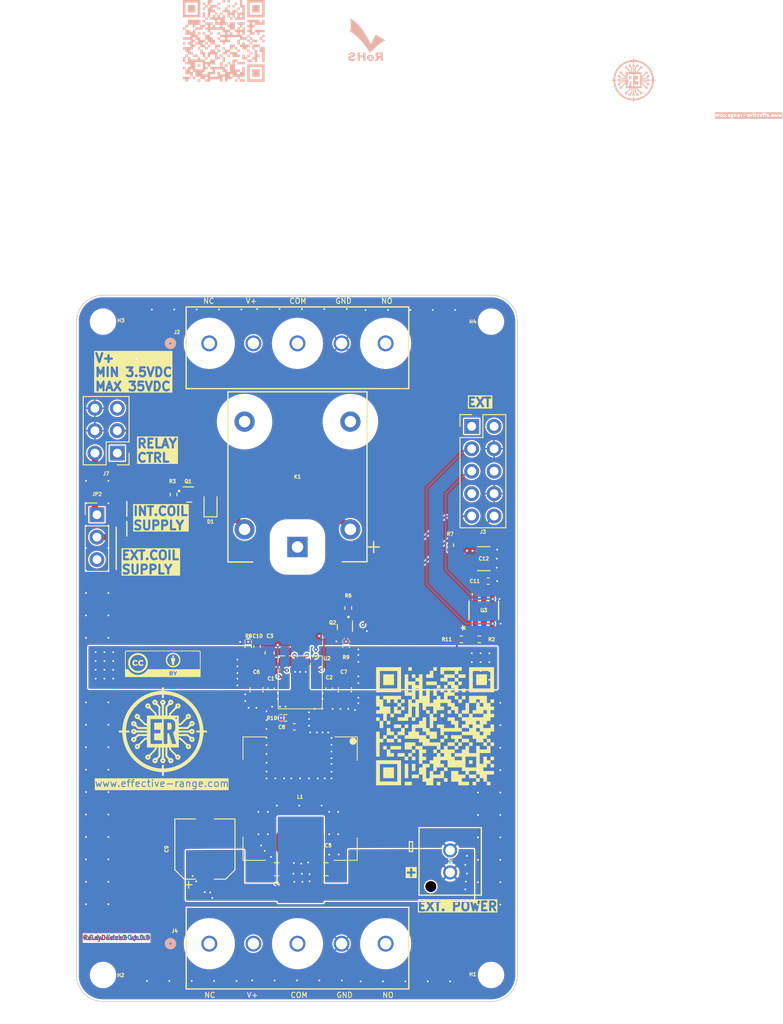
<source format=kicad_pcb>
(kicad_pcb (version 20240108) (generator "pcbnew") (generator_version "8.0")
  (title_block (title "Effective Range RelayDevice") (date "2024-07-24") (rev "v2.1.0") (company "Effective Range Kft.") (comment 1 "visit https://creativecommons.org/licenses/by/4.0/") (comment 2 "is licensed under CC BY 4.0. To view a copy of this license,") (comment 3 "License: MrHAT © 2024 by Ferenc Nandor Janky & Attila Gombos") (comment 4 "Design Engineer: Ferenc Janky"))
  (layers (0 "F.Cu" mixed) (1 "In1.Cu" power) (2 "In2.Cu" power) (3 "In3.Cu" signal) (4 "In4.Cu" signal) (5 "In5.Cu" signal) (6 "In6.Cu" signal) (31 "B.Cu" mixed) (34 "B.Paste" user) (35 "F.Paste" user) (36 "B.SilkS" user "B.Silkscreen") (37 "F.SilkS" user "F.Silkscreen") (38 "B.Mask" user) (39 "F.Mask" user) (44 "Edge.Cuts" user))
  (net 0 "")
  (net 1 "+5V")
  (net 2 "/NC")
  (net 3 "/COM")
  (net 4 "/NO")
  (net 5 "/Q_COLL")
  (net 6 "GND2")
  (net 7 "+12V")
  (net 8 "+5VP")
  (net 9 "+3.3V")
  (net 10 "/SDA_EXT")
  (net 11 "/SCL_EXT")
  (net 12 "/~{EXT_IRQ}")
  (net 13 "/GP5")
  (net 14 "/GP4")
  (net 15 "/~{MCLR_PI}")
  (net 16 "/Q_BASE")
  (net 17 "/power/EN")
  (net 19 "/PWM1")
  (net 20 "GNDA")
  (net 21 "/power/SW")
  (net 22 "/power/CBOOT")
  (net 23 "/power/VCC")
  (net 24 "/power/CBOOT_LIM")
  (net 25 "/power/BIAS")
  (net 26 "Net-(U3-VIN+)")
  (net 29 "/COIL_SUPPLY")
  (footprint "relay:RELAY5_J107F-1C_CRS" (layer "F.Cu") (at 126.341999 112.5646 180)
    (property "Reference" "K1")
    (property "Value" "J107F1CS125VDC.36")
  )
  (footprint "Connector_PinHeader_2.54mm:PinHeader_2x05_P2.54mm_Vertical" (layer "F.Cu") (at 146.101 98.901)
    (property "Reference" "J3")
    (property "Value" "EXT_BUS")
  )
  (footprint "relay:CONN02_533750210_MOL" (layer "F.Cu") (at 143.664599 149.426 -90)
    (property "Reference" "J6")
    (property "Value" "VBUS_EXT")
  )
  (footprint "Connector_PinHeader_2.54mm:PinHeader_2x03_P2.54mm_Vertical" (layer "F.Cu") (at 105.911 101.931 180)
    (property "Reference" "J7")
    (property "Value" "MRHAT_CTRL")
  )
  (footprint "Resistor_SMD:R_0402_1005Metric" (layer "F.Cu") (at 124.992 131.92)
    (property "Reference" "R10")
    (property "Value" "2")
  )
  (footprint "relay:CONN_1935190_PXC" (layer "F.Cu") (at 116.345799 157.4978)
    (property "Reference" "J4")
    (property "Value" "OUT")
  )
  (footprint "relay:ccby" (layer "F.Cu") (at 111.061 125.791)
    (property "Reference" "G***" (hide yes))
    (property "Value" "LOGO" (hide yes))
  )
  (footprint "Capacitor_SMD:C_0402_1005Metric" (layer "F.Cu") (at 123.341 128.618 -90)
    (property "Reference" "C1")
    (property "Value" "100nF")
  )
  (footprint "Capacitor_SMD:C_0402_1005Metric" (layer "F.Cu") (at 125.9826 132.936)
    (property "Reference" "C8")
    (property "Value" "470nF")
  )
  (footprint "Capacitor_SMD:C_0402_1005Metric" (layer "F.Cu") (at 121.7662 123.8174 90)
    (property "Reference" "C10")
    (property "Value" "100nF")
  )
  (footprint "relay:WE_7447709100" (layer "F.Cu") (at 126.643 141.064)
    (property "Reference" "L1")
    (property "Value" "10uH")
  )
  (footprint "Connector_PinHeader_2.54mm:PinHeader_1x03_P2.54mm_Vertical" (layer "F.Cu") (at 103.601 108.911)
    (property "Reference" "JP2")
    (property "Value" "Jumper_3_Open")
  )
  (footprint "Resistor_SMD:R_0402_1005Metric" (layer "F.Cu") (at 112.292 106.6215 -90)
    (property "Reference" "R3")
    (property "Value" "1M")
  )
  (footprint "NetTie:NetTie-2_SMD_Pad0.5mm" (layer "F.Cu") (at 121.7662 121.7266 -90)
    (property "Reference" "NT2" (hide yes))
    (property "Value" "NetTie_2" (hide yes))
  )
  (footprint "Capacitor_SMD:C_0805_2012Metric" (layer "F.Cu") (at 131.723 128.745 -90)
    (property "Reference" "C7")
    (property "Value" "22uF")
  )
  (footprint "Resistor_SMD:R_0402_1005Metric" (layer "F.Cu") (at 146.963 123.03)
    (property "Reference" "R2")
    (property "Value" "100k")
  )
  (footprint "Capacitor_SMD:C_0603_1608Metric" (layer "F.Cu") (at 123.1886 124.554 90)
    (property "Reference" "C3")
    (property "Value" "4.7uF")
  )
  (footprint "relay:SOT-23-6_MC_MCH-M" (layer "F.Cu") (at 147.471 119.728 90)
    (property "Reference" "U3")
    (property "Value" "MCP3425A0T-E/CH")
  )
  (footprint "MountingHole:MountingHole_2.7mm_M2.5_DIN965" (layer "F.Cu") (at 148.291 87.041)
    (property "Reference" "H4")
    (property "Value" "MountingHole")
  )
  (footprint "Capacitor_SMD:C_0402_1005Metric" (layer "F.Cu") (at 129.945 128.618 -90)
    (property "Reference" "C2")
    (property "Value" "100nF")
  )
  (footprint "Capacitor_SMD:C_1210_3225Metric" (layer "F.Cu") (at 147.471 113.886)
    (property "Reference" "C12")
    (property "Value" "10uF")
  )
  (footprint "Capacitor_SMD:C_0805_2012Metric" (layer "F.Cu") (at 123.976 149.065 180)
    (property "Reference" "C4")
    (property "Value" "22uF")
  )
  (footprint "Resistor_SMD:R_0402_1005Metric" (layer "F.Cu") (at 131.85 123.792 90)
    (property "Reference" "R9")
    (property "Value" "100k")
  )
  (footprint "Capacitor_SMD:CP_Elec_6.3x5.9" (layer "F.Cu") (at 115.848 146.779 90)
    (property "Reference" "C9")
    (property "Value" "120uF")
  )
  (footprint "Capacitor_SMD:C_0402_1005Metric" (layer "F.Cu") (at 147.979 116.426)
    (property "Reference" "C11")
    (property "Value" "100nF")
  )
  (footprint "Package_TO_SOT_SMD:SOT-723" (layer "F.Cu") (at 131.723 121.633 -90)
    (property "Reference" "Q2")
    (property "Value" "GSFF3134")
  )
  (footprint "relay:erlogo_big" (layer "F.Cu") (at 111.080287 133.464307)
    (property "Reference" "G***" (hide yes))
    (property "Value" "LOGO" (hide yes))
  )
  (footprint "Diode_SMD:D_0603_1608Metric" (layer "F.Cu") (at 116.483 107.663 90)
    (property "Reference" "D1")
    (property "Value" "TS4148 RCG")
  )
  (footprint "MountingHole:MountingHole_2.7mm_M2.5_DIN965" (layer "F.Cu") (at 104.291 87.041)
    (property "Reference" "H3")
    (property "Value" "MountingHole")
  )
  (footprint "relay:qrcode" (layer "F.Cu") (at 141.941 132.861)
    (property "Reference" "G***" (hide yes))
    (property "Value" "LOGO" (hide yes))
  )
  (footprint "relay:CONN_1935190_PXC" (layer "F.Cu") (at 116.341999 89.502)
    (property "Reference" "J2")
    (property "Value" "OUT")
  )
  (footprint "Resistor_SMD:R_0402_1005Metric" (layer "F.Cu") (at 132.104 119.474 90)
    (property "Reference" "R6")
    (property "Value" "1M")
  )
  (footprint "NetTie:NetTie-2_SMD_Pad0.5mm" (layer "F.Cu") (at 120.9534 121.7346 -90)
    (property "Reference" "NT1" (hide yes))
    (property "Value" "NetTie_2" (hide yes))
  )
  (footprint "Capacitor_SMD:C_0805_2012Metric" (layer "F.Cu") (at 129.564 149.065)
    (property "Reference" "C5")
    (property "Value" "22uF")
  )
  (footprint "Resistor_SMD:R_0402_1005Metric" (layer "F.Cu") (at 143.661 112.362 90)
    (property "Reference" "R7")
    (property "Value" "100k")
  )
  (footprint "MountingHole:MountingHole_2.7mm_M2.5_DIN965" (layer "F.Cu") (at 148.291 161.041)
    (property "Reference" "H1")
    (property "Value" "MountingHole")
  )
  (footprint "Resistor_SMD:R_0402_1005Metric" (layer "F.Cu") (at 144.931 123.03)
    (property "Reference" "R11")
    (property "Value" "1M")
  )
  (footprint "Package_TO_SOT_SMD:SOT-723" (layer "F.Cu") (at 114.07 106.6215)
    (property "Reference" "Q1")
    (property "Value" "GSFF3134")
  )
  (footprint "Capacitor_SMD:C_0805_2012Metric" (layer "F.Cu") (at 121.69 128.745 -90)
    (property "Reference" "C6")
    (property "Value" "22uF")
  )
  (footprint "Resistor_SMD:R_0402_1005Metric" (layer "F.Cu") (at 120.7502 123.8174 90)
    (property "Reference" "R8")
    (property "Value" "2")
  )
  (footprint "relay:RNL0022A_NV" (layer "F.Cu") (at 126.651001 127.894999)
    (property "Reference" "U2")
    (property "Value" "LMS3635LQURNLRQ1")
  )
  (footprint "MountingHole:MountingHole_2.7mm_M2.5_DIN965" (layer "F.Cu") (at 104.291 161.041)
    (property "Reference" "H2")
    (property "Value" "MountingHole")
  )
  (footprint "relay:qr-url" (layer "B.Cu") (at 117.983 55.245 180)
    (property "Reference" "G***" (hide yes))
    (property "Value" "LOGO" (hide yes))
  )
  (footprint "relay:erlogo" (layer "B.Cu") (at 164.465 59.69 180)
    (property "Reference" "G***" (hide yes))
    (property "Value" "LOGO" (hide yes))
  )
  (footprint "relay:rohs" (layer "B.Cu") (at 134.112 55.245 180)
    (property "Reference" "G***" (hide yes))
    (property "Value" "LOGO" (hide yes))
  )
  (gr_line (start 106.991 107.421) (end 106.991 111.881) (stroke (width 0.15) (type dash)) (layer "F.SilkS"))
  (gr_line (start 105.781 110.311) (end 105.781 115.101) (stroke (width 0.15)) (layer "F.SilkS"))
  (gr_poly (pts (arc (start 104.291 84.041) (mid 102.16968 84.91968) (end 101.291 87.041)) (arc (start 101.291 161.041) (mid 102.16968 163.16232) (end 104.291 164.041)) (arc (start 148.291 164.041) (mid 150.41232 163.16232) (end 151.291 161.041)) (arc (start 151.291 87.041) (mid 150.41232 84.91968) (end 148.291 84.041))) (stroke (width 0.1)) (fill none) (layer "Edge.Cuts"))
  (gr_text "RelayDevice2 v1.0.0" (at 101.991 157.111 0) (layer "F.Cu") (effects (font (size 0.5 0.5) (thickness 0.125) (bold yes)) (justify left bottom)))
  (gr_text "RelayDevice2 v1.0.0" (at 109.651 157.081 -0) (layer "B.Cu") (effects (font (size 0.5 0.5) (thickness 0.125) (bold yes)) (justify left bottom mirror)))
  (gr_text "www.effective-range.com" (at 181.356 63.881 -0) (layer "B.SilkS" knockout) (effects (font (size 0.4 0.4) (thickness 0.1) (bold yes)) (justify left bottom mirror)))
  (gr_text "COM" (at 125.5 163.67 0) (layer "F.SilkS") (effects (font (size 0.6 0.6) (thickness 0.1) (bold yes)) (justify left bottom)))
  (gr_text "INT.COIL\nSUPPLY" (at 107.601 110.701 0) (layer "F.SilkS" knockout) (effects (font (size 1 1) (thickness 0.25) (bold yes)) (justify left bottom)))
  (gr_text "RELAY\nCTRL" (at 108.041 103.041 0) (layer "F.SilkS" knockout) (effects (font (size 1 1) (thickness 0.25) (bold yes)) (justify left bottom)))
  (gr_text "+" (at 138.454 149.954 0) (layer "F.SilkS" knockout) (effects (font (size 1 1) (thickness 0.25) (bold yes)) (justify left bottom)))
  (gr_text "EXT.COIL\nSUPPLY" (at 106.281 115.701 0) (layer "F.SilkS" knockout) (effects (font (size 1 1) (thickness 0.25) (bold yes)) (justify left bottom)))
  (gr_text "COM" (at 125.373 85.057 0) (layer "F.SilkS") (effects (font (size 0.6 0.6) (thickness 0.1) (bold yes)) (justify left bottom)))
  (gr_text "EXT. POWER" (at 139.841 153.851 0) (layer "F.SilkS" knockout) (effects (font (size 1 1) (thickness 0.25) (bold yes)) (justify left bottom)))
  (gr_text "V+\nMIN 3.5VDC\nMAX 35VDC" (at 103.275 94.963 0) (layer "F.SilkS" knockout) (effects (font (size 1 1) (thickness 0.25) (bold yes)) (justify left bottom)))
  (gr_text "V+" (at 120.42 85.057 0) (layer "F.SilkS") (effects (font (size 0.6 0.6) (thickness 0.1) (bold yes)) (justify left bottom)))
  (gr_text "GND" (at 130.707 163.67 0) (layer "F.SilkS") (effects (font (size 0.6 0.6) (thickness 0.1) (bold yes)) (justify left bottom)))
  (gr_text "GND" (at 130.58 85.057 0) (layer "F.SilkS") (effects (font (size 0.6 0.6) (thickness 0.1) (bold yes)) (justify left bottom)))
  (gr_text "NC" (at 115.594 85.057 0) (layer "F.SilkS") (effects (font (size 0.6 0.6) (thickness 0.1) (bold yes)) (justify left bottom)))
  (gr_text "-" (at 139.724 147.287 90) (layer "F.SilkS" knockout) (effects (font (size 1 1) (thickness 0.25) (bold yes)) (justify left bottom)))
  (gr_text "www.effective-range.com" (at 103.381 139.801 0) (layer "F.SilkS" knockout) (effects (font (size 0.8 0.8)) (justify left bottom)))
  (gr_text "NO\n" (at 135.914 163.67 0) (layer "F.SilkS") (effects (font (size 0.6 0.6) (thickness 0.1) (bold yes)) (justify left bottom)))
  (gr_text "EXT" (at 145.511 96.771 0) (layer "F.SilkS" knockout) (effects (font (size 1 1) (thickness 0.25) (bold yes)) (justify left bottom)))
  (gr_text "NC" (at 115.721 163.67 0) (layer "F.SilkS") (effects (font (size 0.6 0.6) (thickness 0.1) (bold yes)) (justify left bottom)))
  (gr_text "NO\n" (at 135.787 85.057 0) (layer "F.SilkS") (effects (font (size 0.6 0.6) (thickness 0.1) (bold yes)) (justify left bottom)))
  (gr_text "V+" (at 120.547 163.67 0) (layer "F.SilkS") (effects (font (size 0.6 0.6) (thickness 0.1) (bold yes)) (justify left bottom)))
  (segment (start 103.371 101.931) (end 103.371 108.681) (width 0.7) (layer "F.Cu") (net 1))
  (segment (start 103.371 108.681) (end 103.601 108.911) (width 0.7) (layer "F.Cu") (net 1))
  (segment (start 128.678398 106.901) (end 132.341998 110.5646) (width 0.7) (layer "F.Cu") (net 5))
  (segment (start 114.9245 106.901) (end 128.678398 106.901) (width 0.7) (layer "F.Cu") (net 5))
  (segment (start 114.645 106.6215) (end 114.9245 106.901) (width 0.7) (layer "F.Cu") (net 5))
  (segment (start 148.459 116.426) (end 148.995 116.426) (width 0.7) (layer "F.Cu") (net 6))
  (segment (start 147.471 121.0742) (end 147.471 119.855) (width 0.7) (layer "F.Cu") (net 6))
  (via (at 125.643 138.778) (size 0.5) (drill 0.2) (layers "F.Cu" "B.Cu") (net 6))
  (via (at 130.7578 123.2586) (size 0.5) (drill 0.2) (layers "F.Cu" "B.Cu") (net 6))
  (via (at 102.3606 107.6122) (size 0.5) (drill 0.2) (layers "F.Cu" "B.Cu") (net 6))
  (via (at 122.833 138.778) (size 0.5) (drill 0.2) (layers "F.Cu" "B.Cu") (net 6))
  (via (at 129.818 133.571) (size 0.5) (drill 0.2) (layers "F.Cu" "B.Cu") (net 6))
  (via (at 122.2234 146.3726) (size 0.5) (drill 0.2) (layers "F.Cu" "B.Cu") (net 6))
  (via (at 129.183 133.571) (size 0.5) (drill 0.2) (layers "F.Cu" "B.Cu") (net 6))
  (via (at 149.3506 147.9982) (size 0.5) (drill 0.2) (layers "F.Cu" "B.Cu") (net 6))
  (via (at 102.3606 120.3122) (size 0.5) (drill 0.2) (layers "F.Cu" "B.Cu") (net 6))
  (via (at 124.103 129.761) (size 0.5) (drill 0.2) (layers "F.Cu" "B.Cu") (net 6))
  (via (at 131.3674 161.6634) (size 0.5) (drill 0.2) (layers "F.Cu" "B.Cu") (net 6))
  (via (at 121.7662 85.6158) (size 0.5) (drill 0.2) (layers "F.Cu" "B.Cu") (net 6))
  (via (at 102.3606 122.8522) (size 0.5) (drill 0.2) (layers "F.Cu" "B.Cu") (net 6))
  (via (at 122.833 132.174) (size 0.5) (drill 0.2) (layers "F.Cu" "B.Cu") (net 6))
  (via (at 148.995 112.87) (size 0.5) (drill 0.2) (layers "F.Cu" "B.Cu") (net 6))
  (via (at 126.075699 126.713) (size 0.5) (drill 0.2) (layers "F.Cu" "B.Cu") (net 6))
  (via (at 144.2198 85.7174) (size 0.5) (drill 0.2) (layers "F.Cu" "B.Cu") (net 6))
  (via (at 127.786 133.571) (size 0.5) (drill 0.2) (layers "F.Cu" "B.Cu") (net 6))
  (via (at 149.3506 150.5382) (size 0.5) (drill 0.2) (layers "F.Cu" "B.Cu") (net 6))
  (via (at 143.661 161.765) (size 0.5) (drill 0.2) (layers "F.Cu" "B.Cu") (net 6))
  (via (at 122.833 138) (size 0.5) (drill 0.2) (layers "F.Cu" "B.Cu") (net 6))
  (via (at 112.3682 85.6666) (size 0.5) (drill 0.2) (layers "F.Cu" "B.Cu") (net 6))
  (via (at 149.3506 137.8382) (size 0.5) (drill 0.2) (layers "F.Cu" "B.Cu") (net 6))
  (via (at 130.326 130.904) (size 0.5) (drill 0.2) (layers "F.Cu" "B.Cu") (net 6))
  (via (at 149.249 118.458) (size 0.5) (drill 0.2) (layers "F.Cu" "B.Cu") (net 6))
  (via (at 102.3606 145.4074) (size 0.5) (drill 0.2) (layers "F.Cu" "B.Cu") (net 6))
  (via (at 136.5998 85.7174) (size 0.5) (drill 0.2) (layers "F.Cu" "B.Cu") (net 6))
  (via (at 102.3606 110.1522) (size 0.5) (drill 0.2) (layers "F.Cu" "B.Cu") (net 6))
  (via (at 126.643 126.713) (size 0.5) (drill 0.2) (layers "F.Cu" "B.Cu") (net 6))
  (via (at 146.8106 135.2982) (size 0.5) (drill 0.2) (layers "F.Cu" "B.Cu") (net 6))
  (via (at 109.8282 85.6666) (size 0.5) (drill 0.2) (layers "F.Cu" "B.Cu") (net 6))
  (via (at 134.2122 122.0902) (size 0.5) (drill 0.2) (layers "F.Cu" "B.Cu") (net 6))
  (via (at 117.4482 85.6666) (size 0.5) (drill 0.2) (layers "F.Cu" "B.Cu") (net 6))
  (via (at 141.121 161.765) (size 0.5) (drill 0.2) (layers "F.Cu" "B.Cu") (net 6))
  (via (at 128.421 124.173) (size 0.5) (drill 0.2) (layers "F.Cu" "B.Cu") (net 6))
  (via (at 122.833 135) (size 0.5) (drill 0.2) (layers "F.Cu" "B.Cu") (net 6))
  (via (at 141.6798 85.7174) (size 0.5) (drill 0.2) (layers "F.Cu" "B.Cu") (net 6))
  (via (at 104.9006 140.3274) (size 0.5) (drill 0.2) (layers "F.Cu" "B.Cu") (net 6))
  (via (at 128.548 133.571) (size 0.5) (drill 0.2) (layers "F.Cu" "B.Cu") (net 6))
  (via (at 102.3606 150.4874) (size 0.5) (drill 0.2) (layers "F.Cu" "B.Cu") (net 6))
  (via (at 120.42 129.253) (size 0.5) (drill 0.2) (layers "F.Cu" "B.Cu") (net 6))
  (via (at 121.2074 161.6634) (size 0.5) (drill 0.2) (layers "F.Cu" "B.Cu") (net 6))
  (via (at 105.561 93.7946) (size 0.5) (drill 0.2) (layers "F.Cu" "B.Cu") (net 6))
  (via (at 121.9186 145.1026) (size 0.5) (drill 0.2) (layers "F.Cu" "B.Cu") (net 6))
  (via (at 122.833 131.174) (size 0.5) (drill 0.2) (layers "F.Cu" "B.Cu") (net 6))
  (via (at 132.866 131.031) (size 0.5) (drill 0.2) (layers "F.Cu" "B.Cu") (net 6))
  (via (at 130.961 145.1026) (size 0.5) (drill 0.2) (layers "F.Cu" "B.Cu") (net 6))
  (via (at 124.992 130.65) (size 0.5) (drill 0.2) (layers "F.Cu" "B.Cu") (net 6))
  (via (at 130.199 138.016) (size 0.5) (drill 0.2) (layers "F.Cu" "B.Cu") (net 6))
  (via (at 123.468 130.65) (size 0.5) (drill 0.2) (layers "F.Cu" "B.Cu") (net 6))
  (via (at 132.104 130.904) (size 0.5) (drill 0.2) (layers "F.Cu" "B.Cu") (net 6))
  (via (at 124.357 130.65) (size 0.5) (drill 0.2) (layers "F.Cu" "B.Cu") (net 6))
  (via (at 102.3606 105.0722) (size 0.5) (drill 0.2) (layers "F.Cu" "B.Cu") (net 6))
  (via (at 102.3606 112.6922) (size 0.5) (drill 0.2) (layers "F.Cu" "B.Cu") (net 6))
  (via (at 102.3606 117.7722) (size 0.5) (drill 0.2) (layers "F.Cu" "B.Cu") (net 6))
  (via (at 146.8106 140.3782) (size 0.5) (drill 0.2) (layers "F.Cu" "B.Cu") (net 6))
  (via (at 122.627754 146.984246) (size 0.5) (drill 0.2) (layers "F.Cu" "B.Cu") (net 6))
  (via (at 127.659 132.047) (size 0.5) (drill 0.2) (layers "F.Cu" "B.Cu") (net 6))
  (via (at 102.3606 130.1674) (size 0.5) (drill 0.2) (layers "F.Cu" "B.Cu") (net 6))
  (via (at 128.294 130.904) (size 0.5) (drill 0.2) (layers "F.Cu" "B.Cu") (net 6))
  (via (at 124.103 129.126) (size 0.5) (drill 0.2) (layers "F.Cu" "B.Cu") (net 6))
  (via (at 130.199 135.73) (size 0.5) (drill 0.2) (layers "F.Cu" "B.Cu") (net 6))
  (via (at 104.9006 117.7722) (size 0.5) (drill 0.2) (layers "F.Cu" "B.Cu") (net 6))
  (via (at 126.2874 161.6634) (size 0.5) (drill 0.2) (layers "F.Cu" "B.Cu") (net 6))
  (via (at 139.1398 85.7174) (size 0.5) (drill 0.2) (layers "F.Cu" "B.Cu") (net 6))
  (via (at 124.0014 141.8514) (size 0.5) (drill 0.2) (layers "F.Cu" "B.Cu") (net 6))
  (via (at 130.199 137.127) (size 0.5) (drill 0.2) (layers "F.Cu" "B.Cu") (net 6))
  (via (at 149.3506 135.2982) (size 0.5) (drill 0.2) (layers "F.Cu" "B.Cu") (net 6))
  (via (at 119.4294 161.7142) (size 0.5) (drill 0.2) (layers "F.Cu" "B.Cu") (net 6))
  (via (at 130.199 138.778) (size 0.5) (drill 0.2) (layers "F.Cu" "B.Cu") (net 6))
  (via (at 104.9006 137.7874) (size 0.5) (drill 0.2) (layers "F.Cu" "B.Cu") (net 6))
  (via (at 134.0598 85.7174) (size 0.5) (drill 0.2) (layers "F.Cu" "B.Cu") (net 6))
  (via (at 104.9006 120.3122) (size 0.5) (drill 0.2) (layers "F.Cu" "B.Cu") (net 6))
  (via (at 104.9006 142.8674) (size 0.5) (drill 0.2) (layers "F.Cu" "B.Cu") (net 6))
  (via (at 146.8106 150.5382) (size 0.5) (drill 0.2) (layers "F.Cu" "B.Cu") (net 6))
  (via (at 129.437 138.778) (size 0.5) (drill 0.2) (layers "F.Cu" "B.Cu") (net 6))
  (via (at 122.9854 142.5626) (size 0.5) (drill 0.2) (layers "F.Cu" "B.Cu") (net 6))
  (via (at 104.9006 132.7074) (size 0.5) (drill 0.2) (layers "F.Cu" "B.Cu") (net 6))
  (via (at 131.9262 85.6158) (size 0.5) (drill 0.2) (layers "F.Cu" "B.Cu") (net 6))
  (via (at 123.833 138.778) (size 0.5) (drill 0.2) (layers "F.Cu" "B.Cu") (net 6))
  (via (at 148.946 113.886) (size 0.5) (drill 0.2) (layers "F.Cu" "B.Cu") (net 6))
  (via (at 102.3606 147.9474) (size 0.5) (drill 0.2) (layers "F.Cu" "B.Cu") (net 6))
  (via (at 149.3506 140.3782) (size 0.5) (drill 0.2) (layers "F.Cu" "B.Cu") (net 6))
  (via (at 124.3062 85.6158) (size 0.5) (drill 0.2) (layers "F.Cu" "B.Cu") (net 6))
  (via (at 104.9006 135.2474) (size 0.5) (drill 0.2) (layers "F.Cu" "B.Cu") (net 6))
  (via (at 130.961 142.5626) (size 0.5) (drill 0.2) (layers "F.Cu" "B.Cu") (net 6))
  (via (at 102.3606 153.0274) (size 0.5) (drill 0.2) (layers "F.Cu" "B.Cu") (net 6))
  (via (at 121.69 130.777) (size 0.5) (drill 0.2) (layers "F.Cu" "B.Cu") (net 6))
  (via (at 102.3606 135.2474) (size 0.5) (drill 0.2) (layers "F.Cu" "B.Cu") (net 6))
  (via (at 114.3494 161.7142) (size 0.5) (drill 0.2) (layers "F.Cu" "B.Cu") (net 6))
  (via (at 130.199 136.492) (size 0.5) (drill 0.2) (layers "F.Cu" "B.Cu") (net 6))
  (via (at 102.3606 115.2322) (size 0.5) (drill 0.2) (layers "F.Cu" "B.Cu") (net 6))
  (via (at 102.3606 140.3274) (size 0.5) (drill 0.2) (layers "F.Cu" "B.Cu") (net 6))
  (via (at 130.0466 146.271) (size 0.5) (drill 0.2) (layers "F.Cu" "B.Cu") (net 6))
  (via (at 104.9006 110.1522) (size 0.5) (drill 0.2) (layers "F.Cu" "B.Cu") (net 6))
  (via (at 129.151001 130.894999) (size 0.5) (drill 0.2) (layers "F.Cu" "B.Cu") (net 6))
  (via (at 127.659 132.809) (size 0.5) (drill 0.2) (layers "F.Cu" "B.Cu") (net 6))
  (via (at 114.9082 85.6666) (size 0.5) (drill 0.2) (layers "F.Cu" "B.Cu") (net 6))
  (via (at 129.183 129.126) (size 0.5) (drill 0.2) (layers "F.Cu" "B.Cu") (net 6))
  (via (at 146.8106 153.0782) (size 0.5) (drill 0.2) (layers "F.Cu" "B.Cu") (net 6))
  (via (at 149.3506 142.9182) (size 0.5) (drill 0.2) (layers "F.Cu" "B.Cu") (net 6))
  (via (at 127.659 131.285) (size 0.5) (drill 0.2) (layers "F.Cu" "B.Cu") (net 6))
  (via (at 146.8106 130.2182) (size 0.5) (drill 0.2) (layers "F.Cu" "B.Cu") (net 6))
  (via (at 147.471 119.855) (size 0.5) (drill 0.2) (layers "F.Cu" "B.Cu") (net 6))
  (via (at 126.8462 85.6158) (size 0.5) (drill 0.2) (layers "F.Cu" "B.Cu") (net 6))
  (via (at 133.247 130.269) (size 0.5) (drill 0.2) (layers "F.Cu" "B.Cu") (net 6))
  (via (at 104.9006 107.6122) (size 0.5) (drill 0.2) (layers "F.Cu" "B.Cu") (net 6))
  (via (at 116.8894 161.7142) (size 0.5) (drill 0.2) (layers "F.Cu" "B.Cu") (net 6))
  (via (at 149.3506 132.7582) (size 0.5) (drill 0.2) (layers "F.Cu" "B.Cu") (net 6))
  (via (at 127.278 126.713) (size 0.5) (drill 0.2) (layers "F.Cu" "B.Cu") (net 6))
  (via (at 128.643 138.778) (size 0.5) (drill 0.2) (layers "F.Cu" "B.Cu") (net 6))
  (via (at 122.9854 145.1026) (size 0.5) (drill 0.2) (layers "F.Cu" "B.Cu") (net 6))
  (via (at 104.9006 112.6922) (size 0.5) (drill 0.2) (layers "F.Cu" "B.Cu") (net 6))
  (via (at 133.501 161.765) (size 0.5) (drill 0.2) (layers "F.Cu" "B.Cu") (net 6))
  (via (at 120.801 130.777) (size 0.5) (drill 0.2) (layers "F.Cu" "B.Cu") (net 6))
  (via (at 146.8106 147.9982) (size 0.5) (drill 0.2) (layers "F.Cu" "B.Cu") (net 6))
  (via (at 104.9006 122.8522) (size 0.5) (drill 0.2) (layers "F.Cu" "B.Cu") (net 6))
  (via (at 146.8106 142.9182) (size 0.5) (drill 0.2) (layers "F.Cu" "B.Cu") (net 6))
  (via (at 108.101 93.7946) (size 0.5) (drill 0.2) (layers "F.Cu" "B.Cu") (net 6))
  (via (at 122.833 133.174) (size 0.5) (drill 0.2) (layers "F.Cu" "B.Cu") (net 6))
  (via (at 121.9186 142.5626) (size 0.5) (drill 0.2) (layers "F.Cu" "B.Cu") (net 6))
  (via (at 126.5414 141.8514) (size 0.5) (drill 0.2) (layers "F.Cu" "B.Cu") (net 6))
  (via (at 108.101 91.2546) (size 0.5) (drill 0.2) (layers "F.Cu" "B.Cu") (net 6))
  (via (at 149.376 121.252) (size 0.5) (drill 0.2) (layers "F.Cu" "B.Cu") (net 6))
  (via (at 126.643 138.778) (size 0.5) (drill 0.2) (layers "F.Cu" "B.Cu") (net 6))
  (via (at 102.3606 142.8674) (size 0.5) (drill 0.2) (layers "F.Cu" "B.Cu") (net 6))
  (via (at 138.581 161.765) (size 0.5) (drill 0.2) (layers "F.Cu" "B.Cu") (net 6))
  (via (at 109.2694 161.7142) (size 0.5) (drill 0.2) (layers "F.Cu" "B.Cu") (net 6))
  (via (at 104.9006 145.4074) (size 0.5) (drill 0.2) (layers "F.Cu" "B.Cu") (net 6))
  (via (at 122.833 137) (size 0.5) (drill 0.2) (layers "F.Cu" "B.Cu") (net 6))
  (via (at 148.946 114.902) (size 0.5) (drill 0.2) (layers "F.Cu" "B.Cu") (net 6))
  (via (at 131.0118 147.3886) (size 0.5) (drill 0.2) (layers "F.Cu" "B.Cu") (net 6))
  (via (at 129.945 142.5626) (size 0.5) (drill 0.2) (layers "F.Cu" "B.Cu") (net 6))
  (via (at 130.199 134.206) (size 0.5) (drill 0.2) (layers "F.Cu" "B.Cu") (net 6))
  (via (at 104.9006 115.2322) (size 0.5) (drill 0.2) (layers "F.Cu" "B.Cu") (net 6))
  (via (at 146.8106 137.8382) (size 0.5) (drill 0.2) (layers "F.Cu" "B.Cu") (net 6))
  (via (at 122.833 134.174) (size 0.5) (drill 0.2) (layers "F.Cu" "B.Cu") (net 6))
  (via (at 129.945 147.414) (size 0.5) (drill 0.2) (layers "F.Cu" "B.Cu") (net 6))
  (via (at 133.247 129.634) (size 0.5) (drill 0.2) (layers "F.Cu" "B.Cu") (net 6))
  (via (at 104.9006 153.0274) (size 0.5) (drill 0.2) (layers "F.Cu" "B.Cu") (net 6))
  (via (at 146.8106 145.4582) (size 0.5) (drill 0.2) (layers "F.Cu" "B.Cu") (net 6))
  (via (at 128.8274 161.6634) (size 0.5) (drill 0.2) (layers "F.Cu" "B.Cu") (net 6))
  (via (at 104.9006 105.0722) (size 0.5) (drill 0.2) (layers "F.Cu" "B.Cu") (net 6))
  (via (at 129.945 145.1026) (size 0.5) (drill 0.2) (layers "F.Cu" "B.Cu") (net 6))
  (via (at 123.341 147.668) (size 0.5) (drill 0.2) (layers "F.Cu" "B.Cu") (net 6))
  (via (at 130.199 134.968) (size 0.5) (drill 0.2) (layers "F.Cu" "B.Cu") (net 6))
  (via (at 129.183 129.761) (size 0.5) (drill 0.2) (layers "F.Cu" "B.Cu") (net 6))
  (via (at 120.42 130.015) (size 0.5) (drill 0.2) (layers "F.Cu" "B.Cu") (net 6))
  (via (at 104.9006 130.1674) (size 0.5) (drill 0.2) (layers "F.Cu" "B.Cu") (net 6))
  (via (at 102.3606 132.7074) (size 0.5) (drill 0.2) (layers "F.Cu" "B.Cu") (net 6))
  (via (at 149.3506 153.0782) (size 0.5) (drill 0.2) (layers "F.Cu" "B.Cu") (net 6))
  (via (at 122.833 136) (size 0.5) (drill 0.2) (layers "F.Cu" "B.Cu") (net 6))
  (via (at 102.3606 137.7874) (size 0.5) (drill 0.2) (layers "F.Cu" "B.Cu") (net 6))
  (via (at 148.995 116.426) (size 0.5) (drill 0.2) (layers "F.Cu" "B.Cu") (net 6))
  (via (at 127.643 138.778) (size 0.5) (drill 0.2) (layers "F.Cu" "B.Cu") (net 6))
  (via (at 111.8094 161.7142) (size 0.5) (drill 0.2) (layers "F.Cu" "B.Cu") (net 6))
  (via (at 129.3862 85.6158) (size 0.5) (drill 0.2) (layers "F.Cu" "B.Cu") (net 6))
  (via (at 104.9006 147.9474) (size 0.5) (drill 0.2) (layers "F.Cu" "B.Cu") (net 6))
  (via (at 136.041 161.765) (size 0.5) (drill 0.2) (layers "F.Cu" "B.Cu") (net 6))
  (via (at 119.9882 85.6666) (size 0.5) (drill 0.2) (layers "F.Cu" "B.Cu") (net 6))
  (via (at 105.561 91.2546) (size 0.5) (drill 0.2) (layers "F.Cu" "B.Cu") (net 6))
  (via (at 149.3506 130.2182) (size 0.5) (drill 0.2) (layers "F.Cu" "B.Cu") (net 6))
  (via (at 129.0814 141.8514) (size 0.5) (drill 0.2) (layers "F.Cu" "B.Cu") (net 6))
  (via (at 119.8358 123.3094) (size 0.5) (drill 0.2) (layers "F.Cu" "B.Cu") (net 6))
  (via (at 104.9006 150.4874) (size 0.5) (drill 0.2) (layers "F.Cu" "B.Cu") (net 6))
  (via (at 124.833 138.778) (size 0.5) (drill 0.2) (layers "F.Cu" "B.Cu") (net 6))
  (via (at 149.3506 145.4582) (size 0.5) (drill 0.2) (layers "F.Cu" "B.Cu") (net 6))
  (via (at 123.7474 161.6634) (size 0.5) (drill 0.2) (layers "F.Cu" "B.Cu") (net 6))
  (via (at 131.215 130.904) (size 0.5) (drill 0.2) (layers "F.Cu" "B.Cu") (net 6))
  (via (at 146.8106 132.7582) (size 0.5) (drill 0.2) (layers "F.Cu" "B.Cu") (net 6))
  (segment (start 144.421 123.03) (end 144.421 124.298) (width 0.2) (layer "F.Cu") (net 7))
  (segment (start 144.421 124.298) (end 144.423 124.3) (width 0.2) (layer "F.Cu") (net 7))
  (via (at 146.106 127.602) (size 0.5) (drill 0.2) (layers "F.Cu" "B.Cu") (net 7))
  (via (at 105.45 127.475) (size 0.5) (drill 0.2) (layers "F.Cu" "B.Cu") (net 7))
  (via (at 146.106 126.602) (size 0.5) (drill 0.2) (layers "F.Cu" "B.Cu") (net 7))
  (via (at 103.45 124.475) (size 0.5) (drill 0.2) (layers "F.Cu" "B.Cu") (net 7))
  (via (at 119.531 125.316) (size 0.5) (drill 0.2) (layers "F.Cu" "B.Cu") (net 7))
  (via (at 119.531 126.84) (size 0.5) (drill 0.2) (layers "F.Cu" "B.Cu") (net 7))
  (via (at 148.106 125.602) (size 0.5) (drill 0.2) (layers "F.Cu" "B.Cu") (net 7))
  (via (at 103.45 125.475) (size 0.5) (drill 0.2) (layers "F.Cu" "B.Cu") (net 7))
  (via (at 133.247 124.173) (size 0.5) (drill 0.2) (layers "F.Cu" "B.Cu") (net 7))
  (via (at 146.106 124.602) (size 0.5) (drill 0.2) (layers "F.Cu" "B.Cu") (net 7))
  (via (at 105.45 125.475) (size 0.5) (drill 0.2) (layers "F.Cu" "B.Cu") (net 7))
  (via (at 104.45 126.475) (size 0.5) (drill 0.2) (layers "F.Cu" "B.Cu") (net 7))
  (via (at 103.45 127.475) (size 0.5) (drill 0.2) (layers "F.Cu" "B.Cu") (net 7))
  (via (at 104.45 127.475) (size 0.5) (drill 0.2) (layers "F.Cu" "B.Cu") (net 7))
  (via (at 148.106 126.602) (size 0.5) (drill 0.2) (layers "F.Cu" "B.Cu") (net 7))
  (via (at 133.247 124.808) (size 0.5) (drill 0.2) (layers "F.Cu" "B.Cu") (net 7))
  (via (at 105.45 126.475) (size 0.5) (drill 0.2) (layers "F.Cu" "B.Cu") (net 7))
  (via (at 147.106 125.602) (size 0.5) (drill 0.2) (layers "F.Cu" "B.Cu") (net 7))
  (via (at 103.45 126.475) (size 0.5) (drill 0.2) (layers "F.Cu" "B.Cu") (net 7))
  (via (at 148.106 127.602) (size 0.5) (drill 0.2) (layers "F.Cu" "B.Cu") (net 7))
  (via (at 119.531 127.475) (size 0.5) (drill 0.2) (layers "F.Cu" "B.Cu") (net 7))
  (via (at 133.247 127.221) (size 0.5) (drill 0.2) (layers "F.Cu" "B.Cu") (net 7))
  (via (at 133.247 125.57) (size 0.5) (drill 0.2) (layers "F.Cu" "B.Cu") (net 7))
  (via (at 119.531 126.078) (size 0.5) (drill 0.2) (layers "F.Cu" "B.Cu") (net 7))
  (via (at 147.106 124.602) (size 0.5) (drill 0.2) (layers "F.Cu" "B.Cu") (net 7))
  (via (at 133.247 127.983) (size 0.5) (drill 0.2) (layers "F.Cu" "B.Cu") (net 7))
  (via (at 104.45 125.475) (size 0.5) (drill 0.2) (layers "F.Cu" "B.Cu") (net 7))
  (via (at 105.45 124.475) (size 0.5) (drill 0.2) (layers "F.Cu" "B.Cu") (net 7))
  (via (at 146.106 125.602) (size 0.5) (drill 0.2) (layers "F.Cu" "B.Cu") (net 7))
  (via (at 148.106 124.602) (size 0.5) (drill 0.2) (layers "F.Cu" "B.Cu") (net 7))
  (via (at 147.106 127.602) (size 0.5) (drill 0.2) (layers "F.Cu" "B.Cu") (net 7))
  (via (at 119.531 128.237) (size 0.5) (drill 0.2) (layers "F.Cu" "B.Cu") (net 7))
  (via (at 104.45 124.475) (size 0.5) (drill 0.2) (layers "F.Cu" "B.Cu") (net 7))
  (via (at 147.106 126.602) (size 0.5) (drill 0.2) (layers "F.Cu" "B.Cu") (net 7))
  (segment (start 126.150999 124.950999) (end 126.150999 125.57) (width 0.2) (layer "F.Cu") (net 8))
  (segment (start 126.008 124.808) (end 126.150999 124.950999) (width 0.2) (layer "F.Cu") (net 8))
  (via (at 116.6862 152.3162) (size 0.5) (drill 0.2) (layers "F.Cu" "B.Cu") (net 8))
  (via (at 126.008 124.808) (size 0.5) (drill 0.2) (layers "F.Cu" "B.Cu") (net 8))
  (via (at 126.8462 149.573) (size 0.5) (drill 0.2) (layers "F.Cu" "B.Cu") (net 8))
  (via (at 114.451 149.827) (size 0.5) (drill 0.2) (layers "F.Cu" "B.Cu") (net 8))
  (via (at 145.439 150.462) (size 0.5) (drill 0.2) (layers "F.Cu" "B.Cu") (net 8))
  (via (at 114.8574 150.4366) (size 0.5) (drill 0.2) (layers "F.Cu" "B.Cu") (net 8))
  (via (at 126.897 150.4874) (size 0.5) (drill 0.2) (layers "F.Cu" "B.Cu") (net 8))
  (via (at 115.8226 151.6558) (size 0.5) (drill 0.2) (layers "F.Cu" "B.Cu") (net 8))
  (via (at 127.5574 148.303) (size 0.5) (drill 0.2) (layers "F.Cu" "B.Cu") (net 8))
  (via (at 127.7098 150.426) (size 0.5) (drill 0.2) (layers "F.Cu" "B.Cu") (net 8))
  (via (at 145.566 149.557) (size 0.5) (drill 0.2) (layers "F.Cu" "B.Cu") (net 8))
  (via (at 145.566 147.541) (size 0.5) (drill 0.2) (layers "F.Cu" "B.Cu") (net 8))
  (via (at 116.454221 151.684579) (size 0.5) (drill 0.2) (layers "F.Cu" "B.Cu") (net 8))
  (via (at 125.9826 150.4874) (size 0.5) (drill 0.2) (layers "F.Cu" "B.Cu") (net 8))
  (via (at 120.7502 123.3074) (size 0.5) (drill 0.2) (layers "F.Cu" "B.Cu") (net 8))
  (via (at 145.379 148.557) (size 0.5) (drill 0.2) (layers "F.Cu" "B.Cu") (net 8))
  (via (at 145.379 151.351) (size 0.5) (drill 0.2) (layers "F.Cu" "B.Cu") (net 8))
  (via (at 125.9318 148.3538) (size 0.5) (drill 0.2) (layers "F.Cu" "B.Cu") (net 8))
  (via (at 126.77 148.43) (size 0.5) (drill 0.2) (layers "F.Cu" "B.Cu") (net 8))
  (via (at 125.881 149.573) (size 0.5) (drill 0.2) (layers "F.Cu" "B.Cu") (net 8))
  (via (at 127.7098 149.6238) (size 0.5) (drill 0.2) (layers "F.Cu" "B.Cu") (net 8))
  (segment (start 147.471 118.3818) (end 147.471 116.454) (width 0.7) (layer "F.Cu") (net 9))
  (segment (start 147.471 116.454) (end 147.499 116.426) (width 0.7) (layer "F.Cu") (net 9))
  (segment (start 145.566 112.997) (end 145.996 113.427) (width 0.7) (layer "F.Cu") (net 9))
  (segment (start 145.996 113.427) (end 145.996 113.886) (width 0.7) (layer "F.Cu") (net 9))
  (segment (start 145.996 114.923) (end 147.499 116.426) (width 0.7) (layer "F.Cu") (net 9))
  (segment (start 143.661 112.872) (end 145.441 112.872) (width 0.7) (layer "F.Cu") (net 9))
  (segment (start 145.441 112.872) (end 145.566 112.997) (width 0.7) (layer "F.Cu") (net 9))
  (segment (start 145.996 113.886) (end 145.996 114.923) (width 0.7) (layer "F.Cu") (net 9))
  (via (at 145.566 112.997) (size 0.5) (drill 0.2) (layers "F.Cu" "B.Cu") (net 9))
  (via (at 146.201 112.997) (size 0.5) (drill 0.2) (layers "F.Cu" "B.Cu") (net 9))
  (segment (start 148.421001 118.392001) (end 148.487 118.458) (width 0.2) (layer "F.Cu") (net 10))
  (segment (start 148.421001 118.3818) (end 148.421001 118.392001) (width 0.2) (layer "F.Cu") (net 10))
  (via (at 148.487 118.458) (size 0.5) (drill 0.2) (layers "F.Cu" "B.Cu") (net 10))
  (segment (start 148.487 118.458) (end 146.455 118.458) (width 0.2) (layer "B.Cu") (net 10))
  (segment (start 143.153 115.156) (end 143.153 106.52) (width 0.2) (layer "B.Cu") (net 10))
  (segment (start 145.692 103.981) (end 146.101 103.981) (width 0.2) (layer "B.Cu") (net 10))
  (segment (start 143.153 106.52) (end 145.692 103.981) (width 0.2) (layer "B.Cu") (net 10))
  (segment (start 146.455 118.458) (end 143.153 115.156) (width 0.2) (layer "B.Cu") (net 10))
  (segment (start 148.421001 121.186001) (end 148.487 121.252) (width 0.2) (layer "F.Cu") (net 11))
  (segment (start 148.421001 121.0742) (end 148.421001 121.186001) (width 0.2) (layer "F.Cu") (net 11))
  (via (at 148.487 121.252) (size 0.5) (drill 0.2) (layers "F.Cu" "B.Cu") (net 11))
  (segment (start 140.994 105.885) (end 145.438 101.441) (width 0.2) (layer "B.Cu") (net 11))
  (segment (start 145.438 101.441) (end 146.101 101.441) (width 0.2) (layer "B.Cu") (net 11))
  (segment (start 145.439 121.252) (end 140.994 116.807) (width 0.2) (layer "B.Cu") (net 11))
  (segment (start 148.487 121.252) (end 145.439 121.252) (width 0.2) (layer "B.Cu") (net 11))
  (segment (start 140.994 116.807) (end 140.994 105.885) (width 0.2) (layer "B.Cu") (net 11))
  (segment (start 143.661 111.852) (end 145.85 111.852) (width 0.2) (layer "F.Cu") (net 13))
  (segment (start 145.85 111.852) (end 148.641 109.061) (width 0.2) (layer "F.Cu") (net 13))
  (segment (start 133.755 121.379) (end 143.282 111.852) (width 0.2) (layer "F.Cu") (net 13))
  (segment (start 143.282 111.852) (end 143.661 111.852) (width 0.2) (layer "F.Cu") (net 13))
  (segment (start 127.151 125.062) (end 127.405 124.808) (width 0.2) (layer "F.Cu") (net 13))
  (segment (start 127.151 125.57) (end 127.151 125.062) (width 0.2) (layer "F.Cu") (net 13))
  (via (at 127.405 124.808) (size 0.5) (drill 0.2) (layers "F.Cu" "B.Cu") (net 13))
  (via (at 133.755 121.379) (size 0.5) (drill 0.2) (layers "F.Cu" "B.Cu") (net 13))
  (segment (start 132.123 120.092) (end 143.124 109.091) (width 0.2) (layer "F.Cu") (net 14))
  (segment (start 146.071 109.091) (end 146.101 109.061) (width 0.2) (layer "F.Cu") (net 14))
  (segment (start 132.123 121.058) (end 132.123 120.092) (width 0.2) (layer "F.Cu") (net 14))
  (segment (start 143.124 109.091) (end 146.071 109.091) (width 0.2) (layer "F.Cu") (net 14))
  (segment (start 132.104 119.984) (end 132.104 120.073) (width 0.2) (layer "F.Cu") (net 14))
  (segment (start 132.104 120.073) (end 132.123 120.092) (width 0.2) (layer "F.Cu") (net 14))
  (segment (start 112.402 106.2215) (end 112.292 106.1115) (width 0.2) (layer "F.Cu") (net 16))
  (segment (start 113.495 106.2215) (end 112.402 106.2215) (width 0.2) (layer "F.Cu") (net 16))
  (segment (start 112.292 104.262) (end 112.292 106.1115) (width 0.2) (layer "F.Cu") (net 16))
  (segment (start 105.911 99.391) (end 107.421 99.391) (width 0.2) (layer "F.Cu") (net 16))
  (segment (start 107.421 99.391) (end 112.292 104.262) (width 0.2) (layer "F.Cu") (net 16))
  (segment (start 127.786 125.57) (end 128.421 124.935) (width 0.2) (layer "F.Cu") (net 17))
  (segment (start 131.848 123.284) (end 131.848 122.333) (width 0.2) (layer "F.Cu") (net 17))
  (segment (start 131.848 122.333) (end 131.723 122.208) (width 0.2) (layer "F.Cu") (net 17))
  (segment (start 127.651002 125.57) (end 127.786 125.57) (width 0.2) (layer "F.Cu") (net 17))
  (via (at 131.85 123.282) (size 0.5) (drill 0.2) (layers "F.Cu" "B.Cu") (net 17))
  (via (at 128.421 124.935) (size 0.5) (drill 0.2) (layers "F.Cu" "B.Cu") (net 17))
  (segment (start 124.328999 127.319999) (end 124.23 127.221) (width 0.2) (layer "F.Cu") (net 20))
  (segment (start 129.045002 126.469998) (end 129.056 126.459) (width 0.2) (layer "F.Cu") (net 20))
  (segment (start 128.551 126.469998) (end 129.045002 126.469998) (width 0.2) (layer "F.Cu") (net 20))
  (segment (start 124.751002 127.319999) (end 124.328999 127.319999) (width 0.2) (layer "F.Cu") (net 20))
  (via (at 128.802 122.649) (size 0.5) (drill 0.2) (layers "F.Cu" "B.Cu") (net 20))
  (via (at 124.23 127.221) (size 0.5) (drill 0.2) (layers "F.Cu" "B.Cu") (net 20))
  (via (at 129.056 126.459) (size 0.5) (drill 0.2) (layers "F.Cu" "B.Cu") (net 20))
  (via (at 124.103 123.665) (size 0.5) (drill 0.2) (layers "F.Cu" "B.Cu") (net 20))
  (segment (start 124.103 123.665) (end 124.103 127.094) (width 0.2) (layer "B.Cu") (net 20))
  (segment (start 129.31 123.157) (end 128.802 122.649) (width 0.2) (layer "B.Cu") (net 20))
  (segment (start 129.31 126.205) (end 129.31 123.157) (width 0.2) (layer "B.Cu") (net 20))
  (segment (start 124.103 127.094) (end 124.23 127.221) (width 0.2) (layer "B.Cu") (net 20))
  (segment (start 129.056 126.459) (end 129.31 126.205) (width 0.2) (layer "B.Cu") (net 20))
  (segment (start 126.651001 136.867999) (end 126.643 136.876) (width 0.7) (layer "F.Cu") (net 21))
  (segment (start 126.651001 129.020001) (end 126.651001 136.867999) (width 0.7) (layer "F.Cu") (net 21))
  (segment (start 126.651001 129.020001) (end 126.651001 127.737001) (width 0.7) (layer "F.Cu") (net 21))
  (segment (start 126.651001 127.737001) (end 126.643 127.729) (width 0.7) (layer "F.Cu") (net 21))
  (segment (start 125.066287 126.469998) (end 125.133636 126.537347) (width 0.2) (layer "F.Cu") (net 22))
  (segment (start 124.751002 126.469998) (end 125.066287 126.469998) (width 0.2) (layer "F.Cu") (net 22))
  (via (at 125.133636 126.537347) (size 0.5) (drill 0.2) (layers "F.Cu" "B.Cu") (net 22))
  (via (at 124.482 131.92) (size 0.5) (drill 0.2) (layers "F.Cu" "B.Cu") (net 22))
  (segment (start 125.502 131.92) (end 125.5026 131.9206) (width 0.2) (layer "F.Cu") (net 24))
  (segment (start 125.5026 131.9206) (end 125.5026 132.936) (width 0.2) (layer "F.Cu") (net 24))
  (segment (start 145.441 123.03) (end 146.453 123.03) (width 0.2) (layer "F.Cu") (net 26))
  (segment (start 146.520999 122.962001) (end 146.453 123.03) (width 0.2) (layer "F.Cu") (net 26))
  (segment (start 146.520999 121.0742) (end 146.520999 122.962001) (width 0.2) (layer "F.Cu") (net 26))
  (segment (start 120.342 110.382) (end 120.342 110.5646) (width 0.7) (layer "F.Cu") (net 29))
  (segment (start 116.483 108.4505) (end 118.4105 108.4505) (width 0.7) (layer "F.Cu") (net 29))
  (segment (start 116.1215 108.4505) (end 116.483 108.4505) (width 0.7) (layer "F.Cu") (net 29))
  (segment (start 118.4105 108.4505) (end 120.342 110.382) (width 0.7) (layer "F.Cu") (net 29))
  (segment (start 103.601 111.451) (end 113.121 111.451) (width 0.7) (layer "F.Cu") (net 29))
  (segment (start 113.121 111.451) (end 116.1215 108.4505) (width 0.7) (layer "F.Cu") (net 29))
  (zone (net 23) (net_name "/power/VCC") (layer "F.Cu") (priority 5) (connect_pads yes (clearance 0.15)) (min_thickness 0.15) (fill yes (thermal_gap 0.15) (thermal_bridge_width 0.15))
    (polygon (pts (xy 120.42 125.1382) (xy 125.0428 125.1382) (xy 125.0428 126.078) (xy 120.42 126.078)))
  )
  (zone (net 20) (net_name "GNDA") (layer "F.Cu") (priority 2) (connect_pads yes (clearance 0.15)) (min_thickness 0.15) (fill yes (thermal_gap 0.15) (thermal_bridge_width 0.15))
    (polygon (pts (xy 120.674 124.173) (xy 120.6486 121.9886) (xy 129.1322 121.9886) (xy 129.1322 125.9002) (xy 120.674 126.078)))
  )
  (zone (net 25) (net_name "/power/BIAS") (layer "F.Cu") (priority 4) (connect_pads yes (clearance 0.15)) (min_thickness 0.15) (fill yes (thermal_gap 0.15) (thermal_bridge_width 0.15))
    (polygon (pts (xy 125.8556 123.9698) (xy 125.864998 126.078) (xy 120.4192 126.0624) (xy 120.4192 123.9542)))
  )
  (zone (net 0) (net_name "") (layer "F.Cu") (connect_pads (clearance 0)) (min_thickness 0.15)
    (keepout (tracks allowed) (vias allowed) (pads allowed) (copperpour not_allowed) (footprints allowed))
    (fill (thermal_gap 0.15) (thermal_bridge_width 0.15))
    (polygon (pts (xy 123.4934 131.0916) (xy 123.468 138.143) (xy 129.818 138.143) (xy 129.818 133.7742) (xy 127.5066 133.7742) (xy 127.532 131.0916)))
  )
  (zone (net 6) (net_name "GND2") (layers "F.Cu" "In1.Cu" "In3.Cu" "In6.Cu" "B.Cu") (connect_pads (clearance 0.15)) (min_thickness 0.15) (fill yes (thermal_gap 0.15) (thermal_bridge_width 0.15))
    (polygon (pts (xy 95.401 80.231) (xy 160.171 80.231) (xy 158.901 166.591) (xy 95.401 166.591)))
  )
  (zone (net 8) (net_name "+5VP") (layers "F.Cu" "In2.Cu" "B.Cu") (priority 3) (connect_pads (clearance 0.15)) (min_thickness 0.15) (fill yes (thermal_gap 0.25) (thermal_bridge_width 0.25))
    (polygon (pts (xy 146.357 146.779) (xy 132.104178 146.814939) (xy 132.104 150.716) (xy 120.293 150.716) (xy 120.293 146.868321) (xy 113.689 146.906) (xy 113.689 152.621) (xy 146.357 152.621)))
  )
  (zone (net 8) (net_name "+5VP") (layers "F.Cu" "In2.Cu" "B.Cu") (priority 1) (connect_pads yes (clearance 0.15)) (min_thickness 0.15) (fill yes (thermal_gap 0.15) (thermal_bridge_width 0.15))
    (polygon (pts (xy 124.103 143.096) (xy 129.31 143.096) (xy 129.31 152.875) (xy 124.103 152.875)))
  )
  (zone (net 7) (net_name "+12V") (layers "F&B.Cu") (priority 2) (connect_pads yes (clearance 0.15)) (min_thickness 0.15) (fill yes (thermal_gap 0.15) (thermal_bridge_width 0.15))
    (polygon (pts (xy 102.64 123.792) (xy 102.64 128.618) (xy 125.4492 128.6434) (xy 125.4492 123.8174)))
  )
  (zone (net 7) (net_name "+12V") (layers "F&B.Cu") (priority 2) (connect_pads yes (clearance 0.15)) (min_thickness 0.15) (fill yes (thermal_gap 0.15) (thermal_bridge_width 0.15))
    (polygon (pts (xy 127.8622 123.8174) (xy 127.8622 128.6434) (xy 149.0204 128.6688) (xy 149.0204 123.8428)))
  )
)
</source>
